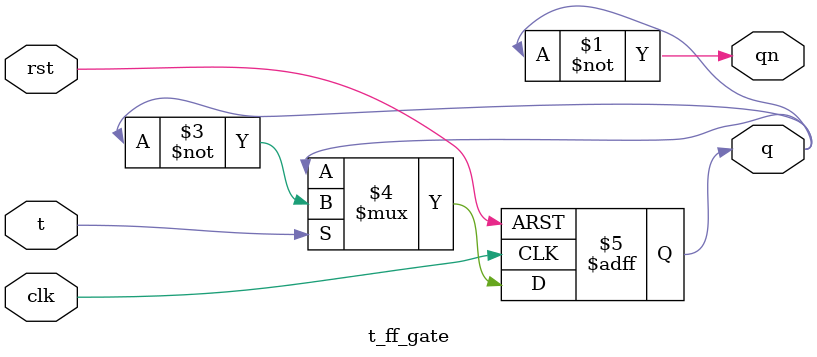
<source format=v>
module t_flipflop (
    input clk, 
    input t, 
    output reg q
);
    always @(posedge clk) begin
        if (t)
            q <= ~q; // Toggle state
    end
endmodule


//Behavioral Modeling
module t_ff(
    input t,clk,rst,
    output reg q,
    output qn
);
    assign qn=~q;
    always@(posedge clk or posedge rst)
        begin
            if(rst)
                q<=0;
            else begin
                if(t)
                    q<=~q;  //Toggle
                else
                    q<=q;  //Hold
            end
        end
    endmodule


//Gate Level Modeling
module t_ff_gate(
    input t,clk,rst,
    output reg q,
    output qn
);
    assign qn=~q;
    always@(posedge clk or posedge rst) begin
        if(rst)
            q<=0;
        else
            q<=t?~q:q; //Toggle if T=1
    end
endmodule

</source>
